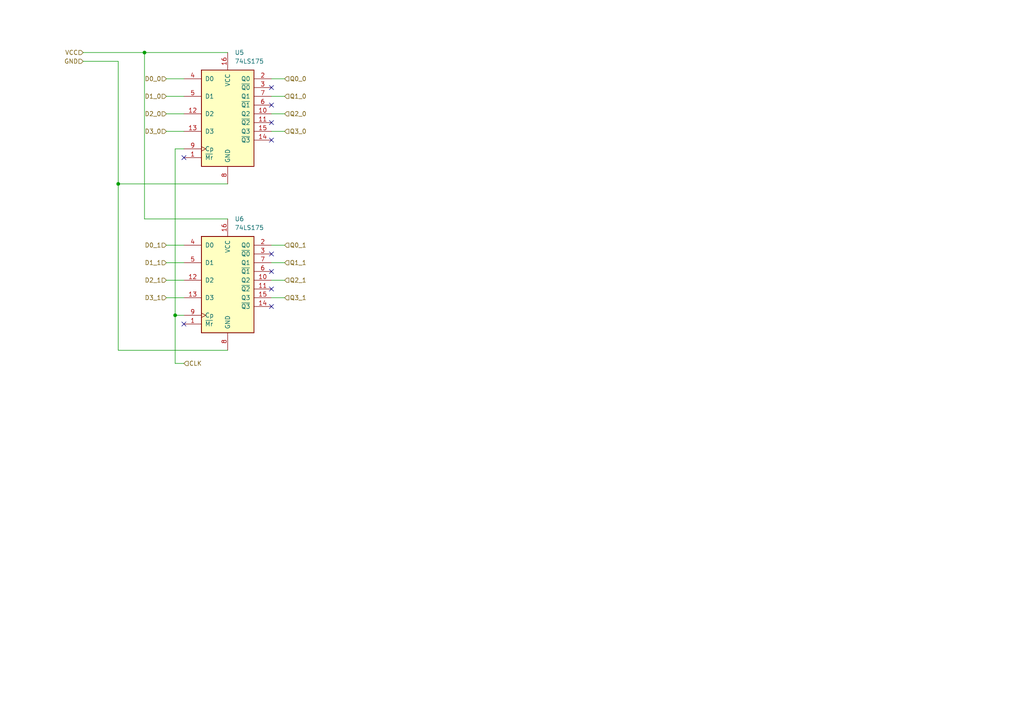
<source format=kicad_sch>
(kicad_sch (version 20211123) (generator eeschema)
  (paper "A4")
  (lib_symbols
    (symbol "74xx:74LS175" (pin_names (offset 1.016))
      (property "Reference" "U" (at -7.62 13.97 0))
      (property "Value" "74LS175" (at -7.62 -16.51 0))
      (symbol "74LS175_1_0"
        (pin input line (at -12.7 -12.7 0) (length 5.08) (name "~{Mr}") (number "1"))
        (pin output line (at 12.7 0 180) (length 5.08) (name "Q2") (number "10"))
        (pin output line (at 12.7 -2.54 180) (length 5.08) (name "~{Q2}") (number "11"))
        (pin input line (at -12.7 0 0) (length 5.08) (name "D2") (number "12"))
        (pin input line (at -12.7 -5.08 0) (length 5.08) (name "D3") (number "13"))
        (pin output line (at 12.7 -7.62 180) (length 5.08) (name "~{Q3}") (number "14"))
        (pin output line (at 12.7 -5.08 180) (length 5.08) (name "Q3") (number "15"))
        (pin power_in line (at 0 17.78 270) (length 5.08) (name "VCC") (number "16"))
        (pin output line (at 12.7 10.16 180) (length 5.08) (name "Q0") (number "2"))
        (pin output line (at 12.7 7.62 180) (length 5.08) (name "~{Q0}") (number "3"))
        (pin input line (at -12.7 10.16 0) (length 5.08) (name "D0") (number "4"))
        (pin input line (at -12.7 5.08 0) (length 5.08) (name "D1") (number "5"))
        (pin output line (at 12.7 2.54 180) (length 5.08) (name "~{Q1}") (number "6"))
        (pin output line (at 12.7 5.08 180) (length 5.08) (name "Q1") (number "7"))
        (pin power_in line (at 0 -20.32 90) (length 5.08) (name "GND") (number "8"))
        (pin input clock (at -12.7 -10.16 0) (length 5.08) (name "Cp") (number "9"))
      )
      (symbol "74LS175_1_1"
        (rectangle (start -7.62 12.7) (end 7.62 -15.24) (stroke (width 0.254)) (fill (type background)))
      )
    )
  )
  (junction (at 34.29 53.34))
  (junction (at 41.91 15.24))
  (junction (at 50.8 91.44))
  (no_connect (at 78.74 78.74))
  (no_connect (at 78.74 83.82))
  (no_connect (at 78.74 88.9))
  (no_connect (at 53.34 45.72))
  (no_connect (at 53.34 93.98))
  (no_connect (at 78.74 73.66))
  (no_connect (at 78.74 40.64))
  (no_connect (at 78.74 35.56))
  (no_connect (at 78.74 30.48))
  (no_connect (at 78.74 25.4))
  (wire (pts (xy 78.74 27.94) (xy 82.55 27.94)))
  (wire (pts (xy 34.29 53.34) (xy 66.04 53.34)))
  (wire (pts (xy 66.04 63.5) (xy 41.91 63.5)))
  (wire (pts (xy 50.8 43.18) (xy 50.8 91.44)))
  (wire (pts (xy 48.26 76.2) (xy 53.34 76.2)))
  (wire (pts (xy 78.74 81.28) (xy 82.55 81.28)))
  (wire (pts (xy 24.13 17.78) (xy 34.29 17.78)))
  (wire (pts (xy 34.29 101.6) (xy 34.29 53.34)))
  (wire (pts (xy 48.26 27.94) (xy 53.34 27.94)))
  (wire (pts (xy 78.74 86.36) (xy 82.55 86.36)))
  (wire (pts (xy 78.74 76.2) (xy 82.55 76.2)))
  (wire (pts (xy 50.8 105.41) (xy 53.34 105.41)))
  (wire (pts (xy 78.74 22.86) (xy 82.55 22.86)))
  (wire (pts (xy 24.13 15.24) (xy 41.91 15.24)))
  (wire (pts (xy 78.74 71.12) (xy 82.55 71.12)))
  (wire (pts (xy 41.91 63.5) (xy 41.91 15.24)))
  (wire (pts (xy 78.74 33.02) (xy 82.55 33.02)))
  (wire (pts (xy 78.74 38.1) (xy 82.55 38.1)))
  (wire (pts (xy 34.29 101.6) (xy 66.04 101.6)))
  (wire (pts (xy 48.26 71.12) (xy 53.34 71.12)))
  (wire (pts (xy 34.29 17.78) (xy 34.29 53.34)))
  (wire (pts (xy 48.26 38.1) (xy 53.34 38.1)))
  (wire (pts (xy 53.34 43.18) (xy 50.8 43.18)))
  (wire (pts (xy 48.26 33.02) (xy 53.34 33.02)))
  (wire (pts (xy 41.91 15.24) (xy 66.04 15.24)))
  (wire (pts (xy 48.26 86.36) (xy 53.34 86.36)))
  (wire (pts (xy 48.26 22.86) (xy 53.34 22.86)))
  (wire (pts (xy 50.8 91.44) (xy 53.34 91.44)))
  (wire (pts (xy 50.8 91.44) (xy 50.8 105.41)))
  (wire (pts (xy 48.26 81.28) (xy 53.34 81.28)))
  (hierarchical_label "VCC" (shape input) (at 24.13 15.24 180))
  (hierarchical_label "Q2_1" (shape input) (at 82.55 81.28 0))
  (hierarchical_label "Q1_1" (shape input) (at 82.55 76.2 0))
  (hierarchical_label "GND" (shape input) (at 24.13 17.78 180))
  (hierarchical_label "CLK" (shape input) (at 53.34 105.41 0))
  (hierarchical_label "D0_0" (shape input) (at 48.26 22.86 180))
  (hierarchical_label "D2_1" (shape input) (at 48.26 81.28 180))
  (hierarchical_label "D0_1" (shape input) (at 48.26 71.12 180))
  (hierarchical_label "D1_1" (shape input) (at 48.26 76.2 180))
  (hierarchical_label "D2_0" (shape input) (at 48.26 33.02 180))
  (hierarchical_label "Q1_0" (shape input) (at 82.55 27.94 0))
  (hierarchical_label "Q3_1" (shape input) (at 82.55 86.36 0))
  (hierarchical_label "D3_1" (shape input) (at 48.26 86.36 180))
  (hierarchical_label "D3_0" (shape input) (at 48.26 38.1 180))
  (hierarchical_label "Q2_0" (shape input) (at 82.55 33.02 0))
  (hierarchical_label "Q0_1" (shape input) (at 82.55 71.12 0))
  (hierarchical_label "Q3_0" (shape input) (at 82.55 38.1 0))
  (hierarchical_label "Q0_0" (shape input) (at 82.55 22.86 0))
  (hierarchical_label "D1_0" (shape input) (at 48.26 27.94 180))
  (symbol (lib_id "74xx:74LS175") (at 66.04 81.28 0) (unit 1)
    (property "Reference" "U6" (at 68.0594 63.5 0) (effects (justify left)))
    (property "Value" "74LS175" (at 68.0594 66.04 0) (effects (justify left)))
    (property "Footprint" "Package_DIP:DIP-16_W7.62mm_Socket" (effects hide))
    (property "Datasheet" "http://www.ti.com/lit/gpn/sn74LS175" (effects hide))
  )
  (symbol (lib_id "74xx:74LS175") (at 66.04 33.02 0) (unit 1)
    (property "Reference" "U5" (at 68.0594 15.24 0) (effects (justify left)))
    (property "Value" "74LS175" (at 68.0594 17.78 0) (effects (justify left)))
    (property "Footprint" "Package_DIP:DIP-16_W7.62mm_Socket" (effects hide))
    (property "Datasheet" "http://www.ti.com/lit/gpn/sn74LS175" (effects hide))
  )
)
</source>
